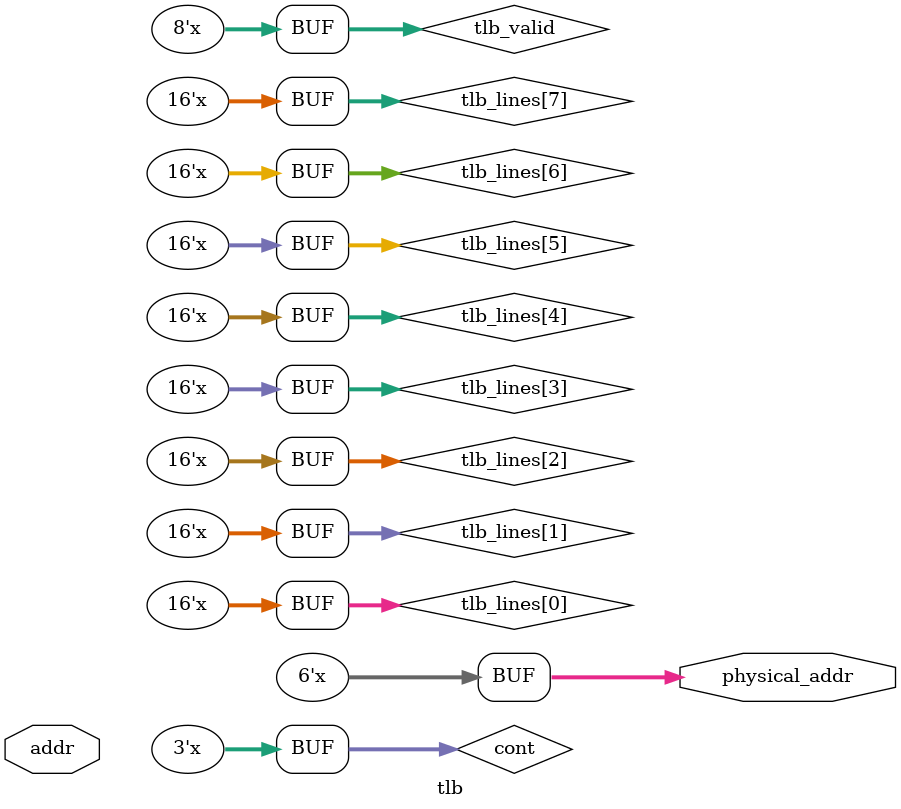
<source format=v>

module tlb(addr, physical_addr);
	
	input [15:0] addr;
	output reg [5:0] physical_addr;
	
	reg [7:0] tlb_valid;
	reg [15:0] tlb_lines[7:0];
	
	reg [2:0] cont;
	reg miss;
	
	initial begin
		cont = 3'b000;
		
		tlb_valid = 6'b0;
		
		tlb_lines[0] = 15'b0;
		tlb_lines[1] = 15'b0;
		tlb_lines[2] = 15'b0;
		tlb_lines[3] = 15'b0;
		tlb_lines[4] = 15'b0;
		tlb_lines[5] = 15'b0;
		tlb_lines[6] = 15'b0;
		tlb_lines[7] = 15'b0;
	end
	
	always @(addr) begin
		
		case (addr)
			tlb_lines[0]: begin if (tlb_valid[0]) physical_addr[5:0] = tlb_lines[0][5:0]; else miss = 1'b1; end
			tlb_lines[1]: begin if (tlb_valid[1]) physical_addr[5:0] = tlb_lines[1][5:0]; else miss = 1'b1; end
			tlb_lines[2]: begin if (tlb_valid[2]) physical_addr[5:0] = tlb_lines[2][5:0]; else miss = 1'b1; end
			tlb_lines[3]: begin if (tlb_valid[3]) physical_addr[5:0] = tlb_lines[3][5:0]; else miss = 1'b1; end
			tlb_lines[4]: begin if (tlb_valid[4]) physical_addr[5:0] = tlb_lines[4][5:0]; else miss = 1'b1; end
			tlb_lines[5]: begin if (tlb_valid[5]) physical_addr[5:0] = tlb_lines[5][5:0]; else miss = 1'b1; end
			tlb_lines[6]: begin if (tlb_valid[6]) physical_addr[5:0] = tlb_lines[6][5:0]; else miss = 1'b1; end
			tlb_lines[7]: begin if (tlb_valid[7]) physical_addr[5:0] = tlb_lines[7][5:0]; else miss = 1'b1; end
			default: miss = 1'b1;
		endcase
		
		if (miss) begin
			tlb_lines[cont] = addr;
			tlb_valid[cont] = 1'b1;
			physical_addr[5:0] = tlb_lines[cont][5:0];
			cont = cont + 1'b1;
		end
		
	end
	
endmodule

</source>
